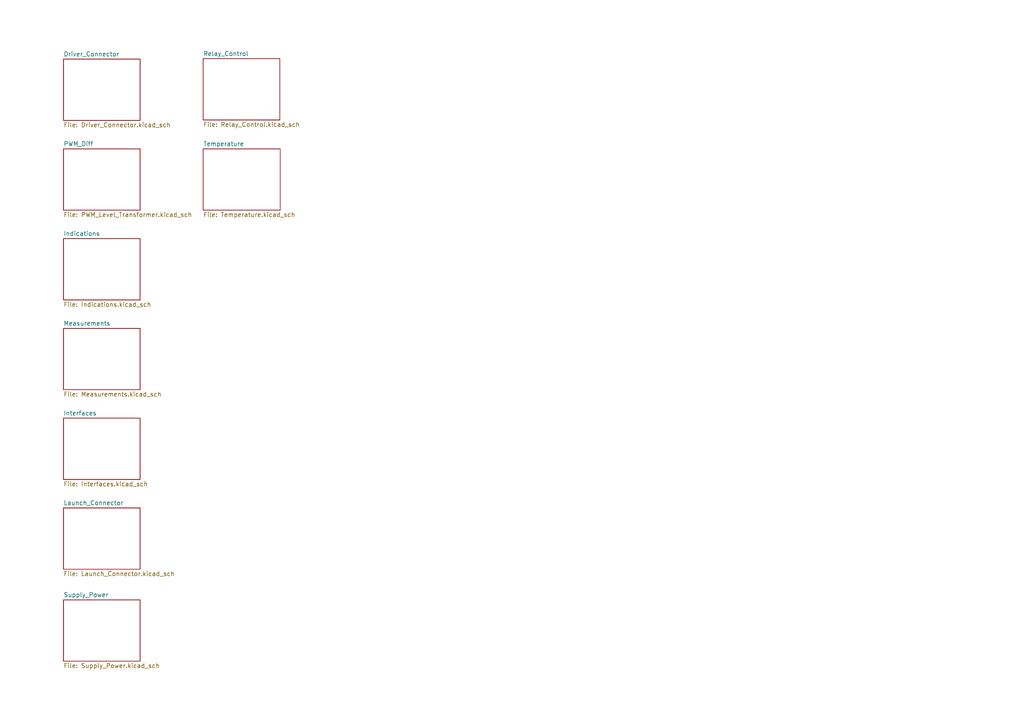
<source format=kicad_sch>
(kicad_sch (version 20211123) (generator eeschema)
  (paper "A4")
  (lib_symbols)
  (sheet (at 58.928 43.18) (size 22.352 17.78) (stroke (width 0.1524))
    (property "Sheet name" "Temperature" (at 58.928 42.4684 0) (effects (justify left bottom)))
    (property "Sheet file" "Temperature.kicad_sch" (at 58.928 61.5446 0) (effects (justify left top)))
  )
  (sheet (at 18.415 173.99) (size 22.225 17.78) (stroke (width 0.1524))
    (property "Sheet name" "Supply_Power" (at 18.415 173.2784 0) (effects (justify left bottom)))
    (property "Sheet file" "Supply_Power.kicad_sch" (at 18.415 192.3546 0) (effects (justify left top)))
  )
  (sheet (at 18.415 95.25) (size 22.225 17.78) (stroke (width 0.1524))
    (property "Sheet name" "Measurements" (at 18.415 94.5384 0) (effects (justify left bottom)))
    (property "Sheet file" "Measurements.kicad_sch" (at 18.415 113.6146 0) (effects (justify left top)))
  )
  (sheet (at 58.928 17.018) (size 22.225 17.78) (stroke (width 0.1524))
    (property "Sheet name" "Relay_Control" (at 58.928 16.3064 0) (effects (justify left bottom)))
    (property "Sheet file" "Relay_Control.kicad_sch" (at 58.928 35.3826 0) (effects (justify left top)))
  )
  (sheet (at 18.415 147.32) (size 22.225 17.78) (stroke (width 0.1524))
    (property "Sheet name" "Launch_Connector" (at 18.415 146.6084 0) (effects (justify left bottom)))
    (property "Sheet file" "Launch_Connector.kicad_sch" (at 18.415 165.6846 0) (effects (justify left top)))
  )
  (sheet (at 18.415 17.145) (size 22.225 17.78) (stroke (width 0.1524))
    (property "Sheet name" "Driver_Connector" (at 18.415 16.4334 0) (effects (justify left bottom)))
    (property "Sheet file" "Driver_Connector.kicad_sch" (at 18.415 35.5096 0) (effects (justify left top)))
  )
  (sheet (at 18.415 43.18) (size 22.225 17.78) (stroke (width 0.1524))
    (property "Sheet name" "PWM_Diff" (at 18.415 42.4684 0) (effects (justify left bottom)))
    (property "Sheet file" "PWM_Level_Transformer.kicad_sch" (at 18.415 61.5446 0) (effects (justify left top)))
  )
  (sheet (at 18.415 69.215) (size 22.225 17.78) (stroke (width 0.1524))
    (property "Sheet name" "Indications" (at 18.415 68.5034 0) (effects (justify left bottom)))
    (property "Sheet file" "Indications.kicad_sch" (at 18.415 87.5796 0) (effects (justify left top)))
  )
  (sheet (at 18.415 121.285) (size 22.225 17.78) (stroke (width 0.1524))
    (property "Sheet name" "Interfaces" (at 18.415 120.5734 0) (effects (justify left bottom)))
    (property "Sheet file" "Interfaces.kicad_sch" (at 18.415 139.6496 0) (effects (justify left top)))
  )
)
</source>
